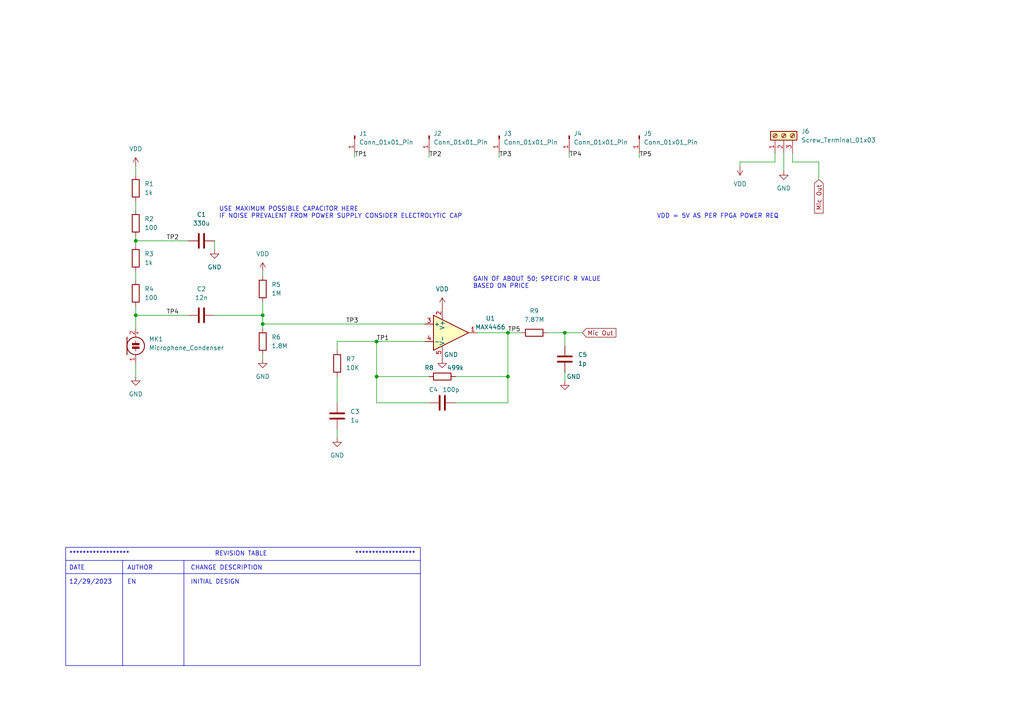
<source format=kicad_sch>
(kicad_sch (version 20230121) (generator eeschema)

  (uuid 571519de-2eb8-4552-bf3a-b048993b617b)

  (paper "A4")

  (title_block
    (title "MICROPHONE SCHEMATIC")
    (rev "A")
    (company "LNVD")
    (comment 1 "AUTHOR: EVAN NEWELL")
  )

  (lib_symbols
    (symbol "Amplifier_Operational:TSV911RILT" (pin_names (offset 0.127)) (in_bom yes) (on_board yes)
      (property "Reference" "U" (at 0 5.08 0)
        (effects (font (size 1.27 1.27)) (justify left))
      )
      (property "Value" "TSV911RILT" (at 0 -5.08 0)
        (effects (font (size 1.27 1.27)) (justify left))
      )
      (property "Footprint" "Package_TO_SOT_SMD:SOT-23-5" (at 0 0 0)
        (effects (font (size 1.27 1.27)) hide)
      )
      (property "Datasheet" "www.st.com/resource/en/datasheet/tsv911.pdf" (at 0 5.08 0)
        (effects (font (size 1.27 1.27)) hide)
      )
      (property "ki_keywords" "single opamp" (at 0 0 0)
        (effects (font (size 1.27 1.27)) hide)
      )
      (property "ki_description" "Single rail-to-rail input/output 8 MHz operational amplifiers, SOT-23-5" (at 0 0 0)
        (effects (font (size 1.27 1.27)) hide)
      )
      (property "ki_fp_filters" "SOT?23*" (at 0 0 0)
        (effects (font (size 1.27 1.27)) hide)
      )
      (symbol "TSV911RILT_0_1"
        (polyline
          (pts
            (xy -5.08 5.08)
            (xy 5.08 0)
            (xy -5.08 -5.08)
            (xy -5.08 5.08)
          )
          (stroke (width 0.254) (type default))
          (fill (type background))
        )
        (pin power_in line (at -2.54 7.62 270) (length 3.81)
          (name "V+" (effects (font (size 1.27 1.27))))
          (number "2" (effects (font (size 1.27 1.27))))
        )
        (pin power_in line (at -2.54 -7.62 90) (length 3.81)
          (name "V-" (effects (font (size 1.27 1.27))))
          (number "5" (effects (font (size 1.27 1.27))))
        )
      )
      (symbol "TSV911RILT_1_1"
        (pin output line (at 7.62 0 180) (length 2.54)
          (name "~" (effects (font (size 1.27 1.27))))
          (number "1" (effects (font (size 1.27 1.27))))
        )
        (pin input line (at -7.62 2.54 0) (length 2.54)
          (name "+" (effects (font (size 1.27 1.27))))
          (number "3" (effects (font (size 1.27 1.27))))
        )
        (pin input line (at -7.62 -2.54 0) (length 2.54)
          (name "-" (effects (font (size 1.27 1.27))))
          (number "4" (effects (font (size 1.27 1.27))))
        )
      )
    )
    (symbol "Connector:Conn_01x01_Pin" (pin_names (offset 1.016) hide) (in_bom yes) (on_board yes)
      (property "Reference" "J" (at 0 2.54 0)
        (effects (font (size 1.27 1.27)))
      )
      (property "Value" "Conn_01x01_Pin" (at 0 -2.54 0)
        (effects (font (size 1.27 1.27)))
      )
      (property "Footprint" "" (at 0 0 0)
        (effects (font (size 1.27 1.27)) hide)
      )
      (property "Datasheet" "~" (at 0 0 0)
        (effects (font (size 1.27 1.27)) hide)
      )
      (property "ki_locked" "" (at 0 0 0)
        (effects (font (size 1.27 1.27)))
      )
      (property "ki_keywords" "connector" (at 0 0 0)
        (effects (font (size 1.27 1.27)) hide)
      )
      (property "ki_description" "Generic connector, single row, 01x01, script generated" (at 0 0 0)
        (effects (font (size 1.27 1.27)) hide)
      )
      (property "ki_fp_filters" "Connector*:*_1x??_*" (at 0 0 0)
        (effects (font (size 1.27 1.27)) hide)
      )
      (symbol "Conn_01x01_Pin_1_1"
        (polyline
          (pts
            (xy 1.27 0)
            (xy 0.8636 0)
          )
          (stroke (width 0.1524) (type default))
          (fill (type none))
        )
        (rectangle (start 0.8636 0.127) (end 0 -0.127)
          (stroke (width 0.1524) (type default))
          (fill (type outline))
        )
        (pin passive line (at 5.08 0 180) (length 3.81)
          (name "Pin_1" (effects (font (size 1.27 1.27))))
          (number "1" (effects (font (size 1.27 1.27))))
        )
      )
    )
    (symbol "Connector:Screw_Terminal_01x03" (pin_names (offset 1.016) hide) (in_bom yes) (on_board yes)
      (property "Reference" "J" (at 0 5.08 0)
        (effects (font (size 1.27 1.27)))
      )
      (property "Value" "Screw_Terminal_01x03" (at 0 -5.08 0)
        (effects (font (size 1.27 1.27)))
      )
      (property "Footprint" "" (at 0 0 0)
        (effects (font (size 1.27 1.27)) hide)
      )
      (property "Datasheet" "~" (at 0 0 0)
        (effects (font (size 1.27 1.27)) hide)
      )
      (property "ki_keywords" "screw terminal" (at 0 0 0)
        (effects (font (size 1.27 1.27)) hide)
      )
      (property "ki_description" "Generic screw terminal, single row, 01x03, script generated (kicad-library-utils/schlib/autogen/connector/)" (at 0 0 0)
        (effects (font (size 1.27 1.27)) hide)
      )
      (property "ki_fp_filters" "TerminalBlock*:*" (at 0 0 0)
        (effects (font (size 1.27 1.27)) hide)
      )
      (symbol "Screw_Terminal_01x03_1_1"
        (rectangle (start -1.27 3.81) (end 1.27 -3.81)
          (stroke (width 0.254) (type default))
          (fill (type background))
        )
        (circle (center 0 -2.54) (radius 0.635)
          (stroke (width 0.1524) (type default))
          (fill (type none))
        )
        (polyline
          (pts
            (xy -0.5334 -2.2098)
            (xy 0.3302 -3.048)
          )
          (stroke (width 0.1524) (type default))
          (fill (type none))
        )
        (polyline
          (pts
            (xy -0.5334 0.3302)
            (xy 0.3302 -0.508)
          )
          (stroke (width 0.1524) (type default))
          (fill (type none))
        )
        (polyline
          (pts
            (xy -0.5334 2.8702)
            (xy 0.3302 2.032)
          )
          (stroke (width 0.1524) (type default))
          (fill (type none))
        )
        (polyline
          (pts
            (xy -0.3556 -2.032)
            (xy 0.508 -2.8702)
          )
          (stroke (width 0.1524) (type default))
          (fill (type none))
        )
        (polyline
          (pts
            (xy -0.3556 0.508)
            (xy 0.508 -0.3302)
          )
          (stroke (width 0.1524) (type default))
          (fill (type none))
        )
        (polyline
          (pts
            (xy -0.3556 3.048)
            (xy 0.508 2.2098)
          )
          (stroke (width 0.1524) (type default))
          (fill (type none))
        )
        (circle (center 0 0) (radius 0.635)
          (stroke (width 0.1524) (type default))
          (fill (type none))
        )
        (circle (center 0 2.54) (radius 0.635)
          (stroke (width 0.1524) (type default))
          (fill (type none))
        )
        (pin passive line (at -5.08 2.54 0) (length 3.81)
          (name "Pin_1" (effects (font (size 1.27 1.27))))
          (number "1" (effects (font (size 1.27 1.27))))
        )
        (pin passive line (at -5.08 0 0) (length 3.81)
          (name "Pin_2" (effects (font (size 1.27 1.27))))
          (number "2" (effects (font (size 1.27 1.27))))
        )
        (pin passive line (at -5.08 -2.54 0) (length 3.81)
          (name "Pin_3" (effects (font (size 1.27 1.27))))
          (number "3" (effects (font (size 1.27 1.27))))
        )
      )
    )
    (symbol "Device:C" (pin_numbers hide) (pin_names (offset 0.254)) (in_bom yes) (on_board yes)
      (property "Reference" "C" (at 0.635 2.54 0)
        (effects (font (size 1.27 1.27)) (justify left))
      )
      (property "Value" "C" (at 0.635 -2.54 0)
        (effects (font (size 1.27 1.27)) (justify left))
      )
      (property "Footprint" "" (at 0.9652 -3.81 0)
        (effects (font (size 1.27 1.27)) hide)
      )
      (property "Datasheet" "~" (at 0 0 0)
        (effects (font (size 1.27 1.27)) hide)
      )
      (property "ki_keywords" "cap capacitor" (at 0 0 0)
        (effects (font (size 1.27 1.27)) hide)
      )
      (property "ki_description" "Unpolarized capacitor" (at 0 0 0)
        (effects (font (size 1.27 1.27)) hide)
      )
      (property "ki_fp_filters" "C_*" (at 0 0 0)
        (effects (font (size 1.27 1.27)) hide)
      )
      (symbol "C_0_1"
        (polyline
          (pts
            (xy -2.032 -0.762)
            (xy 2.032 -0.762)
          )
          (stroke (width 0.508) (type default))
          (fill (type none))
        )
        (polyline
          (pts
            (xy -2.032 0.762)
            (xy 2.032 0.762)
          )
          (stroke (width 0.508) (type default))
          (fill (type none))
        )
      )
      (symbol "C_1_1"
        (pin passive line (at 0 3.81 270) (length 2.794)
          (name "~" (effects (font (size 1.27 1.27))))
          (number "1" (effects (font (size 1.27 1.27))))
        )
        (pin passive line (at 0 -3.81 90) (length 2.794)
          (name "~" (effects (font (size 1.27 1.27))))
          (number "2" (effects (font (size 1.27 1.27))))
        )
      )
    )
    (symbol "Device:Microphone_Condenser" (pin_names (offset 0.0254) hide) (in_bom yes) (on_board yes)
      (property "Reference" "MK" (at -3.302 1.27 0)
        (effects (font (size 1.27 1.27)) (justify right))
      )
      (property "Value" "Microphone_Condenser" (at -3.302 -0.635 0)
        (effects (font (size 1.27 1.27)) (justify right))
      )
      (property "Footprint" "" (at 0 2.54 90)
        (effects (font (size 1.27 1.27)) hide)
      )
      (property "Datasheet" "~" (at 0 2.54 90)
        (effects (font (size 1.27 1.27)) hide)
      )
      (property "ki_keywords" "capacitance condenser microphone" (at 0 0 0)
        (effects (font (size 1.27 1.27)) hide)
      )
      (property "ki_description" "Condenser microphone" (at 0 0 0)
        (effects (font (size 1.27 1.27)) hide)
      )
      (symbol "Microphone_Condenser_0_1"
        (polyline
          (pts
            (xy -2.54 2.54)
            (xy -2.54 -2.54)
          )
          (stroke (width 0.254) (type default))
          (fill (type none))
        )
        (polyline
          (pts
            (xy 0 -0.762)
            (xy 0 -1.524)
          )
          (stroke (width 0) (type default))
          (fill (type none))
        )
        (polyline
          (pts
            (xy 0 0.762)
            (xy 0 1.524)
          )
          (stroke (width 0) (type default))
          (fill (type none))
        )
        (polyline
          (pts
            (xy 0.254 3.81)
            (xy 0.762 3.81)
          )
          (stroke (width 0) (type default))
          (fill (type none))
        )
        (polyline
          (pts
            (xy 0.508 4.064)
            (xy 0.508 3.556)
          )
          (stroke (width 0) (type default))
          (fill (type none))
        )
        (circle (center 0 0) (radius 2.54)
          (stroke (width 0.254) (type default))
          (fill (type none))
        )
        (rectangle (start 1.016 -0.254) (end -1.016 -0.762)
          (stroke (width 0) (type default))
          (fill (type outline))
        )
        (rectangle (start 1.016 0.762) (end -1.016 0.254)
          (stroke (width 0) (type default))
          (fill (type outline))
        )
      )
      (symbol "Microphone_Condenser_1_1"
        (pin passive line (at 0 -5.08 90) (length 2.54)
          (name "-" (effects (font (size 1.27 1.27))))
          (number "1" (effects (font (size 1.27 1.27))))
        )
        (pin passive line (at 0 5.08 270) (length 2.54)
          (name "+" (effects (font (size 1.27 1.27))))
          (number "2" (effects (font (size 1.27 1.27))))
        )
      )
    )
    (symbol "Device:R" (pin_numbers hide) (pin_names (offset 0)) (in_bom yes) (on_board yes)
      (property "Reference" "R" (at 2.032 0 90)
        (effects (font (size 1.27 1.27)))
      )
      (property "Value" "R" (at 0 0 90)
        (effects (font (size 1.27 1.27)))
      )
      (property "Footprint" "" (at -1.778 0 90)
        (effects (font (size 1.27 1.27)) hide)
      )
      (property "Datasheet" "~" (at 0 0 0)
        (effects (font (size 1.27 1.27)) hide)
      )
      (property "ki_keywords" "R res resistor" (at 0 0 0)
        (effects (font (size 1.27 1.27)) hide)
      )
      (property "ki_description" "Resistor" (at 0 0 0)
        (effects (font (size 1.27 1.27)) hide)
      )
      (property "ki_fp_filters" "R_*" (at 0 0 0)
        (effects (font (size 1.27 1.27)) hide)
      )
      (symbol "R_0_1"
        (rectangle (start -1.016 -2.54) (end 1.016 2.54)
          (stroke (width 0.254) (type default))
          (fill (type none))
        )
      )
      (symbol "R_1_1"
        (pin passive line (at 0 3.81 270) (length 1.27)
          (name "~" (effects (font (size 1.27 1.27))))
          (number "1" (effects (font (size 1.27 1.27))))
        )
        (pin passive line (at 0 -3.81 90) (length 1.27)
          (name "~" (effects (font (size 1.27 1.27))))
          (number "2" (effects (font (size 1.27 1.27))))
        )
      )
    )
    (symbol "power:GND" (power) (pin_names (offset 0)) (in_bom yes) (on_board yes)
      (property "Reference" "#PWR" (at 0 -6.35 0)
        (effects (font (size 1.27 1.27)) hide)
      )
      (property "Value" "GND" (at 0 -3.81 0)
        (effects (font (size 1.27 1.27)))
      )
      (property "Footprint" "" (at 0 0 0)
        (effects (font (size 1.27 1.27)) hide)
      )
      (property "Datasheet" "" (at 0 0 0)
        (effects (font (size 1.27 1.27)) hide)
      )
      (property "ki_keywords" "global power" (at 0 0 0)
        (effects (font (size 1.27 1.27)) hide)
      )
      (property "ki_description" "Power symbol creates a global label with name \"GND\" , ground" (at 0 0 0)
        (effects (font (size 1.27 1.27)) hide)
      )
      (symbol "GND_0_1"
        (polyline
          (pts
            (xy 0 0)
            (xy 0 -1.27)
            (xy 1.27 -1.27)
            (xy 0 -2.54)
            (xy -1.27 -1.27)
            (xy 0 -1.27)
          )
          (stroke (width 0) (type default))
          (fill (type none))
        )
      )
      (symbol "GND_1_1"
        (pin power_in line (at 0 0 270) (length 0) hide
          (name "GND" (effects (font (size 1.27 1.27))))
          (number "1" (effects (font (size 1.27 1.27))))
        )
      )
    )
    (symbol "power:VDD" (power) (pin_names (offset 0)) (in_bom yes) (on_board yes)
      (property "Reference" "#PWR" (at 0 -3.81 0)
        (effects (font (size 1.27 1.27)) hide)
      )
      (property "Value" "VDD" (at 0 3.81 0)
        (effects (font (size 1.27 1.27)))
      )
      (property "Footprint" "" (at 0 0 0)
        (effects (font (size 1.27 1.27)) hide)
      )
      (property "Datasheet" "" (at 0 0 0)
        (effects (font (size 1.27 1.27)) hide)
      )
      (property "ki_keywords" "global power" (at 0 0 0)
        (effects (font (size 1.27 1.27)) hide)
      )
      (property "ki_description" "Power symbol creates a global label with name \"VDD\"" (at 0 0 0)
        (effects (font (size 1.27 1.27)) hide)
      )
      (symbol "VDD_0_1"
        (polyline
          (pts
            (xy -0.762 1.27)
            (xy 0 2.54)
          )
          (stroke (width 0) (type default))
          (fill (type none))
        )
        (polyline
          (pts
            (xy 0 0)
            (xy 0 2.54)
          )
          (stroke (width 0) (type default))
          (fill (type none))
        )
        (polyline
          (pts
            (xy 0 2.54)
            (xy 0.762 1.27)
          )
          (stroke (width 0) (type default))
          (fill (type none))
        )
      )
      (symbol "VDD_1_1"
        (pin power_in line (at 0 0 90) (length 0) hide
          (name "VDD" (effects (font (size 1.27 1.27))))
          (number "1" (effects (font (size 1.27 1.27))))
        )
      )
    )
  )

  (junction (at 39.37 91.44) (diameter 0) (color 0 0 0 0)
    (uuid 2f56f7c9-394f-4255-802a-1e0694fde849)
  )
  (junction (at 39.37 69.85) (diameter 0) (color 0 0 0 0)
    (uuid 589e516c-c88d-4e51-ab9f-a88c2bfd3a15)
  )
  (junction (at 109.22 109.22) (diameter 0) (color 0 0 0 0)
    (uuid 6eaa23c2-72ab-4211-a46a-65e526106bd9)
  )
  (junction (at 147.32 96.52) (diameter 0) (color 0 0 0 0)
    (uuid 9d6e953f-d34a-4592-8628-e11865b5a1be)
  )
  (junction (at 147.32 109.22) (diameter 0) (color 0 0 0 0)
    (uuid ca528db7-21d0-46c7-bb86-dcf005610b07)
  )
  (junction (at 76.2 91.44) (diameter 0) (color 0 0 0 0)
    (uuid cdb7ab73-1195-46a1-9a97-92f7a2f0bbee)
  )
  (junction (at 109.22 99.06) (diameter 0) (color 0 0 0 0)
    (uuid d7cdf9c1-6e75-4c05-93a5-b5735f32ecc1)
  )
  (junction (at 163.83 96.52) (diameter 0) (color 0 0 0 0)
    (uuid ea54582b-4a74-4918-aff1-b0b4e0273c3f)
  )
  (junction (at 76.2 93.98) (diameter 0) (color 0 0 0 0)
    (uuid f8499a2c-e379-435a-8705-336e722e69aa)
  )

  (wire (pts (xy 39.37 78.74) (xy 39.37 81.28))
    (stroke (width 0) (type default))
    (uuid 058fb24e-6228-4d00-bcf3-8481b6000148)
  )
  (wire (pts (xy 237.49 52.07) (xy 237.49 46.99))
    (stroke (width 0) (type default))
    (uuid 0a4166fb-1fc7-466d-bda5-1b201a8dea47)
  )
  (wire (pts (xy 109.22 99.06) (xy 123.19 99.06))
    (stroke (width 0) (type default))
    (uuid 0acbd19d-d772-46af-b753-2e89e394b631)
  )
  (wire (pts (xy 76.2 93.98) (xy 123.19 93.98))
    (stroke (width 0) (type default))
    (uuid 0b78a5d2-6936-40b1-be79-53cefa7345dc)
  )
  (polyline (pts (xy 53.34 162.56) (xy 53.34 193.04))
    (stroke (width 0) (type default))
    (uuid 0c436b25-cc4e-4814-8784-aa93cd99f9a7)
  )

  (wire (pts (xy 62.23 72.39) (xy 62.23 69.85))
    (stroke (width 0) (type default))
    (uuid 10124c87-80d7-49fd-b89d-619c7de5c06e)
  )
  (polyline (pts (xy 19.05 166.37) (xy 121.92 166.37))
    (stroke (width 0) (type default))
    (uuid 21ba456d-6802-409c-a824-3c5765aeaf4c)
  )

  (wire (pts (xy 39.37 88.9) (xy 39.37 91.44))
    (stroke (width 0) (type default))
    (uuid 26a948c0-3034-4405-9fe3-ccb47055d4de)
  )
  (wire (pts (xy 163.83 96.52) (xy 168.91 96.52))
    (stroke (width 0) (type default))
    (uuid 2ace1c2e-59ec-42f0-baf6-fdb5b14dd5a2)
  )
  (wire (pts (xy 124.46 116.84) (xy 109.22 116.84))
    (stroke (width 0) (type default))
    (uuid 38c2a51a-ce5b-446c-97e1-b7f5836ca04e)
  )
  (wire (pts (xy 214.63 46.99) (xy 214.63 48.26))
    (stroke (width 0) (type default))
    (uuid 3c452847-4d96-4cee-9c78-a41b87ec8ec3)
  )
  (wire (pts (xy 76.2 104.14) (xy 76.2 102.87))
    (stroke (width 0) (type default))
    (uuid 3ce5a339-d126-4bfa-9c47-9aba9a9ab628)
  )
  (wire (pts (xy 151.13 96.52) (xy 147.32 96.52))
    (stroke (width 0) (type default))
    (uuid 49c70d29-ef6b-40a8-9f6c-000ada0f8597)
  )
  (wire (pts (xy 39.37 69.85) (xy 39.37 71.12))
    (stroke (width 0) (type default))
    (uuid 50461457-d2ac-47b6-9413-76928b8c300b)
  )
  (wire (pts (xy 144.78 45.72) (xy 144.78 44.45))
    (stroke (width 0) (type default))
    (uuid 5d1e75d9-ab19-45c0-bf05-9931754e5cc1)
  )
  (wire (pts (xy 109.22 109.22) (xy 124.46 109.22))
    (stroke (width 0) (type default))
    (uuid 5ea7ba68-c87a-41dc-8b42-2e7fd6ea8945)
  )
  (wire (pts (xy 224.79 46.99) (xy 224.79 44.45))
    (stroke (width 0) (type default))
    (uuid 66ab87f1-a3b1-4cd0-b942-dd58e1b890a1)
  )
  (wire (pts (xy 76.2 93.98) (xy 76.2 95.25))
    (stroke (width 0) (type default))
    (uuid 695c3065-392b-4c98-ac80-5394bccb4d0e)
  )
  (wire (pts (xy 147.32 109.22) (xy 132.08 109.22))
    (stroke (width 0) (type default))
    (uuid 6a7c7d02-31ea-405b-b55a-dcad3da7d4ea)
  )
  (wire (pts (xy 39.37 48.26) (xy 39.37 50.8))
    (stroke (width 0) (type default))
    (uuid 6b2219b8-97f6-4470-8b57-33d1319ccb8f)
  )
  (wire (pts (xy 147.32 116.84) (xy 147.32 109.22))
    (stroke (width 0) (type default))
    (uuid 6ce831eb-899c-4036-9ae9-6623e26a3add)
  )
  (wire (pts (xy 147.32 96.52) (xy 147.32 109.22))
    (stroke (width 0) (type default))
    (uuid 813eca34-7196-4baf-ab52-4d6289c4bf0e)
  )
  (wire (pts (xy 138.43 96.52) (xy 147.32 96.52))
    (stroke (width 0) (type default))
    (uuid 8215cad1-5e0d-43cc-a78d-e998c598acc8)
  )
  (wire (pts (xy 124.46 45.72) (xy 124.46 44.45))
    (stroke (width 0) (type default))
    (uuid 83271716-aa57-4709-a50b-ef3356ac48fd)
  )
  (wire (pts (xy 97.79 101.6) (xy 97.79 99.06))
    (stroke (width 0) (type default))
    (uuid 916f536d-00f6-439c-99a5-35edeae8fdd1)
  )
  (wire (pts (xy 97.79 127) (xy 97.79 124.46))
    (stroke (width 0) (type default))
    (uuid 92b970c3-1be4-4f52-8b1e-189027fae94f)
  )
  (wire (pts (xy 214.63 46.99) (xy 224.79 46.99))
    (stroke (width 0) (type default))
    (uuid 92ccabc5-adf3-4e29-8997-e2222a523d1a)
  )
  (wire (pts (xy 109.22 99.06) (xy 109.22 109.22))
    (stroke (width 0) (type default))
    (uuid 972cfbdf-6bbe-4e5e-a519-9b7c9bfdc946)
  )
  (wire (pts (xy 163.83 96.52) (xy 163.83 100.33))
    (stroke (width 0) (type default))
    (uuid 97b575fb-4f42-4986-b0f4-bdc7f3d37c46)
  )
  (wire (pts (xy 39.37 109.22) (xy 39.37 105.41))
    (stroke (width 0) (type default))
    (uuid 9872d244-dd0f-40f7-be45-60e1df9b3b2c)
  )
  (wire (pts (xy 132.08 116.84) (xy 147.32 116.84))
    (stroke (width 0) (type default))
    (uuid 9b9237c3-8f83-4146-82b8-c71a618ab728)
  )
  (polyline (pts (xy 19.05 162.56) (xy 121.92 162.56))
    (stroke (width 0) (type default))
    (uuid 9bb3661c-aacd-4dd4-8a9d-7151c9e00f5b)
  )

  (wire (pts (xy 76.2 87.63) (xy 76.2 91.44))
    (stroke (width 0) (type default))
    (uuid 9ee69d0a-f3e0-4f21-a885-5d29a3dda0d8)
  )
  (wire (pts (xy 39.37 68.58) (xy 39.37 69.85))
    (stroke (width 0) (type default))
    (uuid a38153b3-e05e-4e9e-93d8-e247d19f7e22)
  )
  (wire (pts (xy 39.37 58.42) (xy 39.37 60.96))
    (stroke (width 0) (type default))
    (uuid a442eca6-3b99-4e31-9a05-771e3cbdea93)
  )
  (polyline (pts (xy 35.56 162.56) (xy 35.56 193.04))
    (stroke (width 0) (type default))
    (uuid a9c77a76-2b59-42b5-9c3a-2a5f4ec1fee0)
  )

  (wire (pts (xy 227.33 49.53) (xy 227.33 44.45))
    (stroke (width 0) (type default))
    (uuid b9161542-a5bb-4209-8a75-0aa67201e924)
  )
  (wire (pts (xy 39.37 91.44) (xy 39.37 95.25))
    (stroke (width 0) (type default))
    (uuid bc68ef61-6d78-4e10-b2f1-3d0c9d7f9b8b)
  )
  (wire (pts (xy 163.83 110.49) (xy 163.83 107.95))
    (stroke (width 0) (type default))
    (uuid bf2aff6c-59b2-4bac-86f2-60bc9adb2fe8)
  )
  (wire (pts (xy 165.1 45.72) (xy 165.1 44.45))
    (stroke (width 0) (type default))
    (uuid c1aec1c3-41fa-4029-9755-5d75d86d5d9c)
  )
  (wire (pts (xy 237.49 46.99) (xy 229.87 46.99))
    (stroke (width 0) (type default))
    (uuid c201a823-b1bd-4b1e-b449-b07c3d32088e)
  )
  (wire (pts (xy 76.2 78.74) (xy 76.2 80.01))
    (stroke (width 0) (type default))
    (uuid c8d9d2c4-88a3-4dfb-9ac8-2ed55bfc8bd0)
  )
  (wire (pts (xy 39.37 91.44) (xy 54.61 91.44))
    (stroke (width 0) (type default))
    (uuid cce14976-2f45-4b1d-baab-dc94b9848eb8)
  )
  (wire (pts (xy 102.87 45.72) (xy 102.87 44.45))
    (stroke (width 0) (type default))
    (uuid d7040721-b59b-480e-b6d8-09dc698b9b0f)
  )
  (wire (pts (xy 76.2 91.44) (xy 76.2 93.98))
    (stroke (width 0) (type default))
    (uuid d88b3a2f-d5bc-487c-8e81-b09466d444b5)
  )
  (wire (pts (xy 229.87 46.99) (xy 229.87 44.45))
    (stroke (width 0) (type default))
    (uuid dac6dabd-65e5-441d-9bf0-67942fbf1598)
  )
  (wire (pts (xy 185.42 45.72) (xy 185.42 44.45))
    (stroke (width 0) (type default))
    (uuid dd954b27-5cff-41af-936c-08a570ccb4c5)
  )
  (wire (pts (xy 158.75 96.52) (xy 163.83 96.52))
    (stroke (width 0) (type default))
    (uuid e022d902-42d7-42e9-bf9c-60a1e46969d3)
  )
  (wire (pts (xy 97.79 109.22) (xy 97.79 116.84))
    (stroke (width 0) (type default))
    (uuid e3e06534-8bbc-421d-aa5c-173d960127ee)
  )
  (wire (pts (xy 54.61 69.85) (xy 39.37 69.85))
    (stroke (width 0) (type default))
    (uuid f68d657f-6533-45f5-ac39-1aa51d3251c5)
  )
  (wire (pts (xy 97.79 99.06) (xy 109.22 99.06))
    (stroke (width 0) (type default))
    (uuid fd5e0b20-413a-428f-9a1c-81d141cb974b)
  )
  (wire (pts (xy 109.22 109.22) (xy 109.22 116.84))
    (stroke (width 0) (type default))
    (uuid fe6353e3-fc2c-49b8-a310-d1146f131805)
  )
  (wire (pts (xy 62.23 91.44) (xy 76.2 91.44))
    (stroke (width 0) (type default))
    (uuid fe6a2aa2-c6f0-49e7-9b90-af011321bcae)
  )

  (text_box "******************				  REVISION TABLE				  ******************\n	\nDATE		  AUTHOR		CHANGE DESCRIPTION\n\n12/29/2023	  EN			INITIAL DESIGN"
    (at 19.05 158.75 0) (size 102.87 34.29)
    (stroke (width 0) (type default))
    (fill (type none))
    (effects (font (size 1.27 1.27)) (justify left top))
    (uuid 46a13f31-3d36-4f16-8ba1-41506d5df85c)
  )

  (text "VDD = 5V AS PER FPGA POWER REQ" (at 190.5 63.5 0)
    (effects (font (size 1.27 1.27)) (justify left bottom))
    (uuid 376e1aa6-1c0a-4c76-af3e-c8f181143656)
  )
  (text "GAIN OF ABOUT 50; SPECIFIC R VALUE\nBASED ON PRICE" (at 137.16 83.82 0)
    (effects (font (size 1.27 1.27)) (justify left bottom))
    (uuid 7a747be9-f068-4b15-8a03-48f01970e6b1)
  )
  (text "USE MAXIMUM POSSIBLE CAPACITOR HERE \nIF NOISE PREVALENT FROM POWER SUPPLY CONSIDER ELECTROLYTIC CAP"
    (at 63.5 63.5 0)
    (effects (font (size 1.27 1.27)) (justify left bottom))
    (uuid fc3b8a7e-2acf-4721-86cb-fc09718e3217)
  )

  (label "TP4" (at 48.26 91.44 0) (fields_autoplaced)
    (effects (font (size 1.27 1.27)) (justify left bottom))
    (uuid 235dcca0-6339-4932-8011-3b53f0ffeed5)
  )
  (label "TP4" (at 165.1 45.72 0) (fields_autoplaced)
    (effects (font (size 1.27 1.27)) (justify left bottom))
    (uuid 6fcfc910-fea4-4038-bd87-e86845ce2ac7)
  )
  (label "TP3" (at 144.78 45.72 0) (fields_autoplaced)
    (effects (font (size 1.27 1.27)) (justify left bottom))
    (uuid 82822cc7-60f8-4c04-869e-98a63f532978)
  )
  (label "TP5" (at 147.32 96.52 0) (fields_autoplaced)
    (effects (font (size 1.27 1.27)) (justify left bottom))
    (uuid 9191baaa-ac7e-4540-8666-9d53ae33f16e)
  )
  (label "TP3" (at 100.33 93.98 0) (fields_autoplaced)
    (effects (font (size 1.27 1.27)) (justify left bottom))
    (uuid 9757b2ce-3945-4682-8e13-2283c4d932ea)
  )
  (label "TP1" (at 102.87 45.72 0) (fields_autoplaced)
    (effects (font (size 1.27 1.27)) (justify left bottom))
    (uuid 9fd81471-a5be-4fce-bf42-dc5aa12b151b)
  )
  (label "TP2" (at 48.26 69.85 0) (fields_autoplaced)
    (effects (font (size 1.27 1.27)) (justify left bottom))
    (uuid aab68071-2909-4918-a8ec-1678cf7f1fcb)
  )
  (label "TP1" (at 109.22 99.06 0) (fields_autoplaced)
    (effects (font (size 1.27 1.27)) (justify left bottom))
    (uuid b9629f90-3ec2-407d-8a85-0cc9c2f60526)
  )
  (label "TP2" (at 124.46 45.72 0) (fields_autoplaced)
    (effects (font (size 1.27 1.27)) (justify left bottom))
    (uuid f0154702-a343-44d3-b338-37645d0f96a6)
  )
  (label "TP5" (at 185.42 45.72 0) (fields_autoplaced)
    (effects (font (size 1.27 1.27)) (justify left bottom))
    (uuid f8a32d00-359c-475a-a79d-c67345c9c62a)
  )

  (global_label "Mic Out" (shape input) (at 168.91 96.52 0) (fields_autoplaced)
    (effects (font (size 1.27 1.27)) (justify left))
    (uuid 2b9ab0a3-ad82-4de0-ad9b-8b5bd2e5abb1)
    (property "Intersheetrefs" "${INTERSHEET_REFS}" (at 179.2128 96.52 0)
      (effects (font (size 1.27 1.27)) (justify left) hide)
    )
  )
  (global_label "Mic Out" (shape input) (at 237.49 52.07 270) (fields_autoplaced)
    (effects (font (size 1.27 1.27)) (justify right))
    (uuid aeb87312-bfcb-4140-baa3-e6d034afc62a)
    (property "Intersheetrefs" "${INTERSHEET_REFS}" (at 237.49 62.3728 90)
      (effects (font (size 1.27 1.27)) (justify right) hide)
    )
  )

  (symbol (lib_id "Connector:Conn_01x01_Pin") (at 102.87 39.37 270) (unit 1)
    (in_bom yes) (on_board yes) (dnp no) (fields_autoplaced)
    (uuid 13095dd7-8abd-4fe3-a4cb-9f663d840053)
    (property "Reference" "J1" (at 104.14 38.735 90)
      (effects (font (size 1.27 1.27)) (justify left))
    )
    (property "Value" "Conn_01x01_Pin" (at 104.14 41.275 90)
      (effects (font (size 1.27 1.27)) (justify left))
    )
    (property "Footprint" "Library:ADAM-TECH_PH1-01-UA" (at 102.87 39.37 0)
      (effects (font (size 1.27 1.27)) hide)
    )
    (property "Datasheet" "chrome-extension://efaidnbmnnnibpcajpcglclefindmkaj/https://app.adam-tech.com/products/download/data_sheet/201605/ph1-xx-ua-data-sheet.pdf" (at 102.87 39.37 0)
      (effects (font (size 1.27 1.27)) hide)
    )
    (property "Digikey Part #" "PH1-01-UA" (at 102.87 39.37 0)
      (effects (font (size 1.27 1.27)) hide)
    )
    (property "Price" "$0.10" (at 102.87 39.37 0)
      (effects (font (size 1.27 1.27)) hide)
    )
    (pin "1" (uuid 7254c230-eb07-4f2b-be8b-21c5eea1b3f8))
    (instances
      (project "Microphone"
        (path "/571519de-2eb8-4552-bf3a-b048993b617b"
          (reference "J1") (unit 1)
        )
      )
    )
  )

  (symbol (lib_id "Connector:Conn_01x01_Pin") (at 144.78 39.37 270) (unit 1)
    (in_bom yes) (on_board yes) (dnp no) (fields_autoplaced)
    (uuid 187992c8-2db7-43e3-a6cf-1bf6de020549)
    (property "Reference" "J3" (at 146.05 38.735 90)
      (effects (font (size 1.27 1.27)) (justify left))
    )
    (property "Value" "Conn_01x01_Pin" (at 146.05 41.275 90)
      (effects (font (size 1.27 1.27)) (justify left))
    )
    (property "Footprint" "Library:ADAM-TECH_PH1-01-UA" (at 144.78 39.37 0)
      (effects (font (size 1.27 1.27)) hide)
    )
    (property "Datasheet" "chrome-extension://efaidnbmnnnibpcajpcglclefindmkaj/https://app.adam-tech.com/products/download/data_sheet/201605/ph1-xx-ua-data-sheet.pdf" (at 144.78 39.37 0)
      (effects (font (size 1.27 1.27)) hide)
    )
    (property "Digikey Part #" "PH1-01-UA" (at 144.78 39.37 0)
      (effects (font (size 1.27 1.27)) hide)
    )
    (property "Price" "$0.10" (at 144.78 39.37 0)
      (effects (font (size 1.27 1.27)) hide)
    )
    (pin "1" (uuid 6acd4b8a-0bc2-43e7-942a-c8c125a206b0))
    (instances
      (project "Microphone"
        (path "/571519de-2eb8-4552-bf3a-b048993b617b"
          (reference "J3") (unit 1)
        )
      )
    )
  )

  (symbol (lib_id "Device:R") (at 76.2 83.82 0) (unit 1)
    (in_bom yes) (on_board yes) (dnp no) (fields_autoplaced)
    (uuid 19c0c030-66d3-4f05-81fd-f347db3289fc)
    (property "Reference" "R5" (at 78.74 82.55 0)
      (effects (font (size 1.27 1.27)) (justify left))
    )
    (property "Value" "1M" (at 78.74 85.09 0)
      (effects (font (size 1.27 1.27)) (justify left))
    )
    (property "Footprint" "Library:RESC2012X60N" (at 74.422 83.82 90)
      (effects (font (size 1.27 1.27)) hide)
    )
    (property "Datasheet" "~chrome-extension://efaidnbmnnnibpcajpcglclefindmkaj/https://www.seielect.com/catalog/sei-rmcf_rmcp.pdf" (at 76.2 83.82 0)
      (effects (font (size 1.27 1.27)) hide)
    )
    (property "Digikey Part #" "RMCF0805FG1M00" (at 76.2 83.82 0)
      (effects (font (size 1.27 1.27)) hide)
    )
    (property "Price" "$0.10" (at 76.2 83.82 0)
      (effects (font (size 1.27 1.27)) hide)
    )
    (pin "1" (uuid 198ee9bf-b6a6-4c9e-b0b0-e4c335552390))
    (pin "2" (uuid b0833113-0e46-4212-8db0-db7334f4e78f))
    (instances
      (project "Microphone"
        (path "/571519de-2eb8-4552-bf3a-b048993b617b"
          (reference "R5") (unit 1)
        )
      )
    )
  )

  (symbol (lib_id "power:VDD") (at 214.63 48.26 180) (unit 1)
    (in_bom yes) (on_board yes) (dnp no) (fields_autoplaced)
    (uuid 218150d5-1054-4da1-92ed-55402af95dc2)
    (property "Reference" "#PWR010" (at 214.63 44.45 0)
      (effects (font (size 1.27 1.27)) hide)
    )
    (property "Value" "VDD" (at 214.63 53.34 0)
      (effects (font (size 1.27 1.27)))
    )
    (property "Footprint" "" (at 214.63 48.26 0)
      (effects (font (size 1.27 1.27)) hide)
    )
    (property "Datasheet" "" (at 214.63 48.26 0)
      (effects (font (size 1.27 1.27)) hide)
    )
    (pin "1" (uuid 9cbb6761-21f1-4955-8b08-b6e65080a895))
    (instances
      (project "Microphone"
        (path "/571519de-2eb8-4552-bf3a-b048993b617b"
          (reference "#PWR010") (unit 1)
        )
      )
    )
  )

  (symbol (lib_id "Amplifier_Operational:TSV911RILT") (at 130.81 96.52 0) (unit 1)
    (in_bom yes) (on_board yes) (dnp no) (fields_autoplaced)
    (uuid 21836598-4f3b-478d-ae80-bf9fa189d4c0)
    (property "Reference" "U1" (at 142.24 92.3291 0)
      (effects (font (size 1.27 1.27)))
    )
    (property "Value" "MAX4466" (at 142.24 94.8691 0)
      (effects (font (size 1.27 1.27)))
    )
    (property "Footprint" "Library:Mic_Op_Amp" (at 130.81 96.52 0)
      (effects (font (size 1.27 1.27)) hide)
    )
    (property "Datasheet" "chrome-extension://efaidnbmnnnibpcajpcglclefindmkaj/https://www.analog.com/media/en/technical-documentation/data-sheets/max4465-max4469.pdf" (at 130.81 91.44 0)
      (effects (font (size 1.27 1.27)) hide)
    )
    (property "Digikey Part #" "MAX4466EXK+T" (at 130.81 96.52 0)
      (effects (font (size 1.27 1.27)) hide)
    )
    (property "Price" "$0.90" (at 130.81 96.52 0)
      (effects (font (size 1.27 1.27)) hide)
    )
    (pin "2" (uuid 084761de-4cc4-4654-913b-27b528a7b9ad))
    (pin "5" (uuid 9a44c6a6-f30f-4eab-84c6-b6e1f493df7c))
    (pin "1" (uuid aafdf380-4136-441c-9609-158d84e0be01))
    (pin "3" (uuid 8192ec4b-c8fa-418a-8fe0-8fe8804d8440))
    (pin "4" (uuid 1684c828-394d-4b50-b866-54357f39cbea))
    (instances
      (project "Microphone"
        (path "/571519de-2eb8-4552-bf3a-b048993b617b"
          (reference "U1") (unit 1)
        )
      )
    )
  )

  (symbol (lib_id "Device:R") (at 154.94 96.52 90) (unit 1)
    (in_bom yes) (on_board yes) (dnp no) (fields_autoplaced)
    (uuid 2911d11c-49da-449d-85fa-a30f41e38394)
    (property "Reference" "R9" (at 154.94 90.17 90)
      (effects (font (size 1.27 1.27)))
    )
    (property "Value" "7.87M" (at 154.94 92.71 90)
      (effects (font (size 1.27 1.27)))
    )
    (property "Footprint" "Library:RES_R1206_ROM-M" (at 154.94 98.298 90)
      (effects (font (size 1.27 1.27)) hide)
    )
    (property "Datasheet" "chrome-extension://efaidnbmnnnibpcajpcglclefindmkaj/https://fscdn.rohm.com/en/products/databook/datasheet/passive/resistor/chip_resistor/ktr-e.pdf" (at 154.94 96.52 0)
      (effects (font (size 1.27 1.27)) hide)
    )
    (property "Digikey Part #" "KTR18EZPF7874" (at 154.94 96.52 90)
      (effects (font (size 1.27 1.27)) hide)
    )
    (property "Price" "$0.21" (at 154.94 96.52 90)
      (effects (font (size 1.27 1.27)) hide)
    )
    (pin "1" (uuid b882f4b5-e44d-466a-ac8f-91aa5950743d))
    (pin "2" (uuid daa251d3-3031-430c-97e8-2cd7f3cbe986))
    (instances
      (project "Microphone"
        (path "/571519de-2eb8-4552-bf3a-b048993b617b"
          (reference "R9") (unit 1)
        )
      )
    )
  )

  (symbol (lib_id "power:GND") (at 62.23 72.39 0) (unit 1)
    (in_bom yes) (on_board yes) (dnp no) (fields_autoplaced)
    (uuid 2bdbfd86-45a8-457e-b892-de0f6be5a62a)
    (property "Reference" "#PWR03" (at 62.23 78.74 0)
      (effects (font (size 1.27 1.27)) hide)
    )
    (property "Value" "GND" (at 62.23 77.47 0)
      (effects (font (size 1.27 1.27)))
    )
    (property "Footprint" "" (at 62.23 72.39 0)
      (effects (font (size 1.27 1.27)) hide)
    )
    (property "Datasheet" "" (at 62.23 72.39 0)
      (effects (font (size 1.27 1.27)) hide)
    )
    (pin "1" (uuid e6d520dd-28d1-4e7f-9e8c-ab5d9a09dd38))
    (instances
      (project "Microphone"
        (path "/571519de-2eb8-4552-bf3a-b048993b617b"
          (reference "#PWR03") (unit 1)
        )
      )
    )
  )

  (symbol (lib_id "power:VDD") (at 76.2 78.74 0) (unit 1)
    (in_bom yes) (on_board yes) (dnp no) (fields_autoplaced)
    (uuid 2e556dfe-d813-42c1-803d-101748c945b2)
    (property "Reference" "#PWR04" (at 76.2 82.55 0)
      (effects (font (size 1.27 1.27)) hide)
    )
    (property "Value" "VDD" (at 76.2 73.66 0)
      (effects (font (size 1.27 1.27)))
    )
    (property "Footprint" "" (at 76.2 78.74 0)
      (effects (font (size 1.27 1.27)) hide)
    )
    (property "Datasheet" "" (at 76.2 78.74 0)
      (effects (font (size 1.27 1.27)) hide)
    )
    (pin "1" (uuid 0abcaf86-89f0-480c-b611-f792a21426f8))
    (instances
      (project "Microphone"
        (path "/571519de-2eb8-4552-bf3a-b048993b617b"
          (reference "#PWR04") (unit 1)
        )
      )
    )
  )

  (symbol (lib_id "power:VDD") (at 128.27 88.9 0) (unit 1)
    (in_bom yes) (on_board yes) (dnp no) (fields_autoplaced)
    (uuid 2fd6b391-09c6-4316-9d6a-2c96e9aae5c0)
    (property "Reference" "#PWR07" (at 128.27 92.71 0)
      (effects (font (size 1.27 1.27)) hide)
    )
    (property "Value" "VDD" (at 128.27 83.82 0)
      (effects (font (size 1.27 1.27)))
    )
    (property "Footprint" "" (at 128.27 88.9 0)
      (effects (font (size 1.27 1.27)) hide)
    )
    (property "Datasheet" "" (at 128.27 88.9 0)
      (effects (font (size 1.27 1.27)) hide)
    )
    (pin "1" (uuid 9dd02dc4-eb85-4266-a95b-5a77ca9cb6e6))
    (instances
      (project "Microphone"
        (path "/571519de-2eb8-4552-bf3a-b048993b617b"
          (reference "#PWR07") (unit 1)
        )
      )
    )
  )

  (symbol (lib_id "power:GND") (at 227.33 49.53 0) (unit 1)
    (in_bom yes) (on_board yes) (dnp no) (fields_autoplaced)
    (uuid 30ccc412-ed1a-4cee-9dd7-abb87852fb93)
    (property "Reference" "#PWR011" (at 227.33 55.88 0)
      (effects (font (size 1.27 1.27)) hide)
    )
    (property "Value" "GND" (at 227.33 54.61 0)
      (effects (font (size 1.27 1.27)))
    )
    (property "Footprint" "" (at 227.33 49.53 0)
      (effects (font (size 1.27 1.27)) hide)
    )
    (property "Datasheet" "" (at 227.33 49.53 0)
      (effects (font (size 1.27 1.27)) hide)
    )
    (pin "1" (uuid aad02962-7c76-479f-ac40-49814b7cb4ea))
    (instances
      (project "Microphone"
        (path "/571519de-2eb8-4552-bf3a-b048993b617b"
          (reference "#PWR011") (unit 1)
        )
      )
    )
  )

  (symbol (lib_id "Connector:Conn_01x01_Pin") (at 124.46 39.37 270) (unit 1)
    (in_bom yes) (on_board yes) (dnp no) (fields_autoplaced)
    (uuid 3e235765-5faa-4204-bced-96864676d1e8)
    (property "Reference" "J2" (at 125.73 38.735 90)
      (effects (font (size 1.27 1.27)) (justify left))
    )
    (property "Value" "Conn_01x01_Pin" (at 125.73 41.275 90)
      (effects (font (size 1.27 1.27)) (justify left))
    )
    (property "Footprint" "Library:ADAM-TECH_PH1-01-UA" (at 124.46 39.37 0)
      (effects (font (size 1.27 1.27)) hide)
    )
    (property "Datasheet" "chrome-extension://efaidnbmnnnibpcajpcglclefindmkaj/https://app.adam-tech.com/products/download/data_sheet/201605/ph1-xx-ua-data-sheet.pdf" (at 124.46 39.37 0)
      (effects (font (size 1.27 1.27)) hide)
    )
    (property "Digikey Part #" "PH1-01-UA" (at 124.46 39.37 0)
      (effects (font (size 1.27 1.27)) hide)
    )
    (property "Price" "$0.10" (at 124.46 39.37 0)
      (effects (font (size 1.27 1.27)) hide)
    )
    (pin "1" (uuid 883caeb1-c78f-4430-9822-4e217b08442a))
    (instances
      (project "Microphone"
        (path "/571519de-2eb8-4552-bf3a-b048993b617b"
          (reference "J2") (unit 1)
        )
      )
    )
  )

  (symbol (lib_id "Connector:Screw_Terminal_01x03") (at 227.33 39.37 90) (unit 1)
    (in_bom yes) (on_board yes) (dnp no) (fields_autoplaced)
    (uuid 5508ae16-75bc-4698-9018-3079f84b3fc1)
    (property "Reference" "J6" (at 232.41 38.1 90)
      (effects (font (size 1.27 1.27)) (justify right))
    )
    (property "Value" "Screw_Terminal_01x03" (at 232.41 40.64 90)
      (effects (font (size 1.27 1.27)) (justify right))
    )
    (property "Footprint" "Library:CONN_1984976_PXC" (at 227.33 39.37 0)
      (effects (font (size 1.27 1.27)) hide)
    )
    (property "Datasheet" "https://mm.digikey.com/Volume0/opasdata/d220001/medias/docus/2515/COMBICON%20Spring-Cage%20PCB%20Term.%20Blocks.pdf" (at 227.33 39.37 0)
      (effects (font (size 1.27 1.27)) hide)
    )
    (property "Digikey Part #" "1984976" (at 227.33 39.37 90)
      (effects (font (size 1.27 1.27)) hide)
    )
    (property "Price" "$0.62" (at 227.33 39.37 90)
      (effects (font (size 1.27 1.27)) hide)
    )
    (pin "1" (uuid e1a0481f-4d54-486d-a909-04bb8636f250))
    (pin "2" (uuid d1022c65-1bbf-4eec-917e-3f7276e6bdb1))
    (pin "3" (uuid c6e2376d-7a22-4fd5-b587-25f75fb4ea9f))
    (instances
      (project "Microphone"
        (path "/571519de-2eb8-4552-bf3a-b048993b617b"
          (reference "J6") (unit 1)
        )
      )
    )
  )

  (symbol (lib_id "Device:C") (at 97.79 120.65 0) (unit 1)
    (in_bom yes) (on_board yes) (dnp no) (fields_autoplaced)
    (uuid 685435bd-9e6f-4c8a-9369-d28e1eded49e)
    (property "Reference" "C3" (at 101.6 119.38 0)
      (effects (font (size 1.27 1.27)) (justify left))
    )
    (property "Value" "1u" (at 101.6 121.92 0)
      (effects (font (size 1.27 1.27)) (justify left))
    )
    (property "Footprint" "Library:CAPC0603X33N" (at 98.7552 124.46 0)
      (effects (font (size 1.27 1.27)) hide)
    )
    (property "Datasheet" "~https://search.murata.co.jp/Ceramy/image/img/A01X/G101/ENG/GRM033R60J105MEA2-02.pdf" (at 97.79 120.65 0)
      (effects (font (size 1.27 1.27)) hide)
    )
    (property "Price" "$0.10" (at 97.79 120.65 0)
      (effects (font (size 1.27 1.27)) hide)
    )
    (pin "1" (uuid 5220af11-bd53-46c7-93b1-c247d465b67a))
    (pin "2" (uuid 5f9ebd33-3467-42c2-98b8-222525fe580f))
    (instances
      (project "Microphone"
        (path "/571519de-2eb8-4552-bf3a-b048993b617b"
          (reference "C3") (unit 1)
        )
      )
    )
  )

  (symbol (lib_id "Connector:Conn_01x01_Pin") (at 185.42 39.37 270) (unit 1)
    (in_bom yes) (on_board yes) (dnp no) (fields_autoplaced)
    (uuid 70e95240-2efa-406d-b702-e20d42782baa)
    (property "Reference" "J5" (at 186.69 38.735 90)
      (effects (font (size 1.27 1.27)) (justify left))
    )
    (property "Value" "Conn_01x01_Pin" (at 186.69 41.275 90)
      (effects (font (size 1.27 1.27)) (justify left))
    )
    (property "Footprint" "Library:ADAM-TECH_PH1-01-UA" (at 185.42 39.37 0)
      (effects (font (size 1.27 1.27)) hide)
    )
    (property "Datasheet" "chrome-extension://efaidnbmnnnibpcajpcglclefindmkaj/https://app.adam-tech.com/products/download/data_sheet/201605/ph1-xx-ua-data-sheet.pdf" (at 185.42 39.37 0)
      (effects (font (size 1.27 1.27)) hide)
    )
    (property "Digikey Part #" "PH1-01-UA" (at 185.42 39.37 90)
      (effects (font (size 1.27 1.27)) hide)
    )
    (property "Price" "$0.10" (at 185.42 39.37 90)
      (effects (font (size 1.27 1.27)) hide)
    )
    (pin "1" (uuid 4894dbe2-0a67-44ff-9229-0c7b31675463))
    (instances
      (project "Microphone"
        (path "/571519de-2eb8-4552-bf3a-b048993b617b"
          (reference "J5") (unit 1)
        )
      )
    )
  )

  (symbol (lib_id "power:GND") (at 39.37 109.22 0) (unit 1)
    (in_bom yes) (on_board yes) (dnp no) (fields_autoplaced)
    (uuid 8b17cfa7-98c8-485c-9224-ddb24cbc9b86)
    (property "Reference" "#PWR02" (at 39.37 115.57 0)
      (effects (font (size 1.27 1.27)) hide)
    )
    (property "Value" "GND" (at 39.37 114.3 0)
      (effects (font (size 1.27 1.27)))
    )
    (property "Footprint" "" (at 39.37 109.22 0)
      (effects (font (size 1.27 1.27)) hide)
    )
    (property "Datasheet" "" (at 39.37 109.22 0)
      (effects (font (size 1.27 1.27)) hide)
    )
    (pin "1" (uuid 52a6f4a2-e0b2-4e3e-8774-25d490101807))
    (instances
      (project "Microphone"
        (path "/571519de-2eb8-4552-bf3a-b048993b617b"
          (reference "#PWR02") (unit 1)
        )
      )
    )
  )

  (symbol (lib_id "Device:C") (at 58.42 91.44 90) (unit 1)
    (in_bom yes) (on_board yes) (dnp no) (fields_autoplaced)
    (uuid 8b657be8-e581-447a-9a05-a2fbcae64b20)
    (property "Reference" "C2" (at 58.42 83.82 90)
      (effects (font (size 1.27 1.27)))
    )
    (property "Value" "12n" (at 58.42 86.36 90)
      (effects (font (size 1.27 1.27)))
    )
    (property "Footprint" "Library:CAPC0603X33N" (at 62.23 90.4748 0)
      (effects (font (size 1.27 1.27)) hide)
    )
    (property "Datasheet" "chrome-extension://efaidnbmnnnibpcajpcglclefindmkaj/https://search.murata.co.jp/Ceramy/image/img/A01X/G101/ENG/GRM033R61C123KE84-01.pdf" (at 58.42 91.44 0)
      (effects (font (size 1.27 1.27)) hide)
    )
    (property "Digikey Part #" "GRM033R61C123KE84D" (at 58.42 91.44 90)
      (effects (font (size 1.27 1.27)) hide)
    )
    (property "Price" "$0.10" (at 58.42 91.44 0)
      (effects (font (size 1.27 1.27)) hide)
    )
    (pin "1" (uuid 1cebef28-6602-48ec-9fc9-df257548e3cf))
    (pin "2" (uuid 5414610e-db2f-41fd-b1f7-657802224698))
    (instances
      (project "Microphone"
        (path "/571519de-2eb8-4552-bf3a-b048993b617b"
          (reference "C2") (unit 1)
        )
      )
    )
  )

  (symbol (lib_id "power:GND") (at 97.79 127 0) (unit 1)
    (in_bom yes) (on_board yes) (dnp no) (fields_autoplaced)
    (uuid 8bceeeec-4d51-4b8c-a556-d0e40633a6c7)
    (property "Reference" "#PWR06" (at 97.79 133.35 0)
      (effects (font (size 1.27 1.27)) hide)
    )
    (property "Value" "GND" (at 97.79 132.08 0)
      (effects (font (size 1.27 1.27)))
    )
    (property "Footprint" "" (at 97.79 127 0)
      (effects (font (size 1.27 1.27)) hide)
    )
    (property "Datasheet" "" (at 97.79 127 0)
      (effects (font (size 1.27 1.27)) hide)
    )
    (pin "1" (uuid cb155463-d55d-42a7-b295-4abbb1dc63c0))
    (instances
      (project "Microphone"
        (path "/571519de-2eb8-4552-bf3a-b048993b617b"
          (reference "#PWR06") (unit 1)
        )
      )
    )
  )

  (symbol (lib_id "Device:R") (at 39.37 54.61 0) (unit 1)
    (in_bom yes) (on_board yes) (dnp no) (fields_autoplaced)
    (uuid 926d59a9-4c25-46b4-a22e-87566cc70feb)
    (property "Reference" "R1" (at 41.91 53.34 0)
      (effects (font (size 1.27 1.27)) (justify left))
    )
    (property "Value" "1k" (at 41.91 55.88 0)
      (effects (font (size 1.27 1.27)) (justify left))
    )
    (property "Footprint" "Library:RESC2012X60N" (at 37.592 54.61 90)
      (effects (font (size 1.27 1.27)) hide)
    )
    (property "Datasheet" "~chrome-extension://efaidnbmnnnibpcajpcglclefindmkaj/https://www.seielect.com/catalog/sei-rmcf_rmcp.pdf" (at 39.37 54.61 0)
      (effects (font (size 1.27 1.27)) hide)
    )
    (property "Digikey Part #" "RMCF0805FT1K00" (at 39.37 54.61 0)
      (effects (font (size 1.27 1.27)) hide)
    )
    (property "Price" "$0.10" (at 39.37 54.61 0)
      (effects (font (size 1.27 1.27)) hide)
    )
    (pin "1" (uuid efe4bc41-1ca0-4727-8ad3-458c07f25d3d))
    (pin "2" (uuid cf1c72fe-57ac-4459-a8df-c3c3abacae2a))
    (instances
      (project "Microphone"
        (path "/571519de-2eb8-4552-bf3a-b048993b617b"
          (reference "R1") (unit 1)
        )
      )
    )
  )

  (symbol (lib_id "Device:Microphone_Condenser") (at 39.37 100.33 0) (unit 1)
    (in_bom yes) (on_board yes) (dnp no) (fields_autoplaced)
    (uuid 932b680f-491f-4bca-a439-ead8a2c8aca8)
    (property "Reference" "MK1" (at 43.18 98.3615 0)
      (effects (font (size 1.27 1.27)) (justify left))
    )
    (property "Value" "Microphone_Condenser" (at 43.18 100.9015 0)
      (effects (font (size 1.27 1.27)) (justify left))
    )
    (property "Footprint" "Library:CMA_CUI_9P7X9P7_CUD" (at 39.37 97.79 90)
      (effects (font (size 1.27 1.27)) hide)
    )
    (property "Datasheet" "~chrome-extension://efaidnbmnnnibpcajpcglclefindmkaj/https://www.cuidevices.com/product/resource/cma-4544pf-w.pdf" (at 39.37 97.79 90)
      (effects (font (size 1.27 1.27)) hide)
    )
    (property "Digikey Part #" "CMA-4544PF-W" (at 39.37 100.33 0)
      (effects (font (size 1.27 1.27)) hide)
    )
    (property "Price" "$0.78" (at 39.37 100.33 0)
      (effects (font (size 1.27 1.27)) hide)
    )
    (pin "1" (uuid e02cdca3-6817-48e5-a635-50a2451b8f8f))
    (pin "2" (uuid 1f17b3bc-c6c2-4655-aeb3-56e367aa1979))
    (instances
      (project "Microphone"
        (path "/571519de-2eb8-4552-bf3a-b048993b617b"
          (reference "MK1") (unit 1)
        )
      )
    )
  )

  (symbol (lib_id "Connector:Conn_01x01_Pin") (at 165.1 39.37 270) (unit 1)
    (in_bom yes) (on_board yes) (dnp no) (fields_autoplaced)
    (uuid 96ab282a-dcaa-4125-b789-63f0ee5b76e7)
    (property "Reference" "J4" (at 166.37 38.735 90)
      (effects (font (size 1.27 1.27)) (justify left))
    )
    (property "Value" "Conn_01x01_Pin" (at 166.37 41.275 90)
      (effects (font (size 1.27 1.27)) (justify left))
    )
    (property "Footprint" "Library:ADAM-TECH_PH1-01-UA" (at 165.1 39.37 0)
      (effects (font (size 1.27 1.27)) hide)
    )
    (property "Datasheet" "chrome-extension://efaidnbmnnnibpcajpcglclefindmkaj/https://app.adam-tech.com/products/download/data_sheet/201605/ph1-xx-ua-data-sheet.pdf" (at 165.1 39.37 0)
      (effects (font (size 1.27 1.27)) hide)
    )
    (property "Digikey Part #" "PH1-01-UA" (at 165.1 39.37 0)
      (effects (font (size 1.27 1.27)) hide)
    )
    (property "Price" "$0.10" (at 165.1 39.37 0)
      (effects (font (size 1.27 1.27)) hide)
    )
    (pin "1" (uuid 429fdcbe-1c40-4ae7-a8fb-b31936dca491))
    (instances
      (project "Microphone"
        (path "/571519de-2eb8-4552-bf3a-b048993b617b"
          (reference "J4") (unit 1)
        )
      )
    )
  )

  (symbol (lib_id "Device:R") (at 97.79 105.41 0) (unit 1)
    (in_bom yes) (on_board yes) (dnp no) (fields_autoplaced)
    (uuid 9c8b7a5d-f413-415c-b0af-18890dfb08e0)
    (property "Reference" "R7" (at 100.33 104.14 0)
      (effects (font (size 1.27 1.27)) (justify left))
    )
    (property "Value" "10K" (at 100.33 106.68 0)
      (effects (font (size 1.27 1.27)) (justify left))
    )
    (property "Footprint" "Library:RESC2012X60N" (at 96.012 105.41 90)
      (effects (font (size 1.27 1.27)) hide)
    )
    (property "Datasheet" "~chrome-extension://efaidnbmnnnibpcajpcglclefindmkaj/https://www.seielect.com/catalog/sei-rmcf_rmcp.pdf" (at 97.79 105.41 0)
      (effects (font (size 1.27 1.27)) hide)
    )
    (property "Digikey Part #" "RMCF0805FT10K0" (at 97.79 105.41 0)
      (effects (font (size 1.27 1.27)) hide)
    )
    (pin "1" (uuid abf4d2f6-1435-4718-8b6b-aca3eb3a15f8))
    (pin "2" (uuid ba34be5e-2ef1-434f-803b-5c3076f7686b))
    (instances
      (project "Microphone"
        (path "/571519de-2eb8-4552-bf3a-b048993b617b"
          (reference "R7") (unit 1)
        )
      )
    )
  )

  (symbol (lib_id "Device:C") (at 163.83 104.14 0) (unit 1)
    (in_bom yes) (on_board yes) (dnp no) (fields_autoplaced)
    (uuid 9e2c0471-e59d-4e22-8f26-271ca362bbd1)
    (property "Reference" "C5" (at 167.64 102.87 0)
      (effects (font (size 1.27 1.27)) (justify left))
    )
    (property "Value" "1p" (at 167.64 105.41 0)
      (effects (font (size 1.27 1.27)) (justify left))
    )
    (property "Footprint" "Library:CAPC0603X33N" (at 164.7952 107.95 0)
      (effects (font (size 1.27 1.27)) hide)
    )
    (property "Datasheet" "~chrome-extension://efaidnbmnnnibpcajpcglclefindmkaj/https://search.murata.co.jp/Ceramy/image/img/A01X/G101/ENG/GJM0335C1E1R0WB01-01.pdf" (at 163.83 104.14 0)
      (effects (font (size 1.27 1.27)) hide)
    )
    (property "Digikey Part #" "GJM0335C1E1R0WB01D" (at 163.83 104.14 0)
      (effects (font (size 1.27 1.27)) hide)
    )
    (property "Price" "$0.18" (at 163.83 104.14 0)
      (effects (font (size 1.27 1.27)) hide)
    )
    (pin "1" (uuid 239a446f-9a2f-4d0e-a8e0-f222019c4277))
    (pin "2" (uuid efc3a856-af9a-4050-9a3b-dbbb456dc20f))
    (instances
      (project "Microphone"
        (path "/571519de-2eb8-4552-bf3a-b048993b617b"
          (reference "C5") (unit 1)
        )
      )
    )
  )

  (symbol (lib_id "Device:R") (at 39.37 74.93 0) (unit 1)
    (in_bom yes) (on_board yes) (dnp no) (fields_autoplaced)
    (uuid a2495716-dd72-47f5-ba7a-54c9a6055fdf)
    (property "Reference" "R3" (at 41.91 73.66 0)
      (effects (font (size 1.27 1.27)) (justify left))
    )
    (property "Value" "1k" (at 41.91 76.2 0)
      (effects (font (size 1.27 1.27)) (justify left))
    )
    (property "Footprint" "Library:RESC2012X60N" (at 37.592 74.93 90)
      (effects (font (size 1.27 1.27)) hide)
    )
    (property "Datasheet" "~chrome-extension://efaidnbmnnnibpcajpcglclefindmkaj/https://www.seielect.com/catalog/sei-rmcf_rmcp.pdf" (at 39.37 74.93 0)
      (effects (font (size 1.27 1.27)) hide)
    )
    (property "Digikey Part #" "RMCF0805FT1K00" (at 39.37 74.93 0)
      (effects (font (size 1.27 1.27)) hide)
    )
    (property "Price" "$0.10" (at 39.37 74.93 0)
      (effects (font (size 1.27 1.27)) hide)
    )
    (pin "1" (uuid ebfe2ce1-8b62-442d-abaa-451990de8424))
    (pin "2" (uuid 80be3ccd-a7e1-4784-ae97-a06453c5a33f))
    (instances
      (project "Microphone"
        (path "/571519de-2eb8-4552-bf3a-b048993b617b"
          (reference "R3") (unit 1)
        )
      )
    )
  )

  (symbol (lib_id "Device:C") (at 58.42 69.85 90) (unit 1)
    (in_bom yes) (on_board yes) (dnp no) (fields_autoplaced)
    (uuid a2e2543b-362f-4955-8942-85b3bf5523e2)
    (property "Reference" "C1" (at 58.42 62.23 90)
      (effects (font (size 1.27 1.27)))
    )
    (property "Value" "330u" (at 58.42 64.77 90)
      (effects (font (size 1.27 1.27)))
    )
    (property "Footprint" "Library:CAPC3225X280N" (at 62.23 68.8848 0)
      (effects (font (size 1.27 1.27)) hide)
    )
    (property "Datasheet" "~https://search.murata.co.jp/Ceramy/image/img/A01X/G101/ENG/GRM32EC80E337ME05-01A.pdf" (at 58.42 69.85 0)
      (effects (font (size 1.27 1.27)) hide)
    )
    (property "Digikey Part #" "GRM32EC80E337ME05K" (at 58.42 69.85 0)
      (effects (font (size 1.27 1.27)) hide)
    )
    (property "Price" "$1.83" (at 58.42 69.85 0)
      (effects (font (size 1.27 1.27)) hide)
    )
    (pin "1" (uuid 7e90dbdd-0a73-4db2-aa3f-ea0d2d057bbc))
    (pin "2" (uuid 62151334-646e-4153-adae-ebac8760fc4b))
    (instances
      (project "Microphone"
        (path "/571519de-2eb8-4552-bf3a-b048993b617b"
          (reference "C1") (unit 1)
        )
      )
    )
  )

  (symbol (lib_id "power:GND") (at 163.83 110.49 0) (unit 1)
    (in_bom yes) (on_board yes) (dnp no)
    (uuid a8b562df-4ac4-44c0-b489-3dafc63db2c6)
    (property "Reference" "#PWR09" (at 163.83 116.84 0)
      (effects (font (size 1.27 1.27)) hide)
    )
    (property "Value" "GND" (at 166.37 109.22 0)
      (effects (font (size 1.27 1.27)))
    )
    (property "Footprint" "" (at 163.83 110.49 0)
      (effects (font (size 1.27 1.27)) hide)
    )
    (property "Datasheet" "" (at 163.83 110.49 0)
      (effects (font (size 1.27 1.27)) hide)
    )
    (pin "1" (uuid 06e3513b-31a4-4229-98e4-6d515b768af3))
    (instances
      (project "Microphone"
        (path "/571519de-2eb8-4552-bf3a-b048993b617b"
          (reference "#PWR09") (unit 1)
        )
      )
    )
  )

  (symbol (lib_id "Device:R") (at 76.2 99.06 0) (unit 1)
    (in_bom yes) (on_board yes) (dnp no) (fields_autoplaced)
    (uuid bb7628db-5506-4612-9a64-f39b27e2b297)
    (property "Reference" "R6" (at 78.74 97.79 0)
      (effects (font (size 1.27 1.27)) (justify left))
    )
    (property "Value" "1.8M" (at 78.74 100.33 0)
      (effects (font (size 1.27 1.27)) (justify left))
    )
    (property "Footprint" "Library:RESC2012X60N" (at 74.422 99.06 90)
      (effects (font (size 1.27 1.27)) hide)
    )
    (property "Datasheet" "~chrome-extension://efaidnbmnnnibpcajpcglclefindmkaj/https://www.yageo.com/upload/media/product/app/datasheet/rchip/pyu-rc_group_51_rohs_l.pdf" (at 76.2 99.06 0)
      (effects (font (size 1.27 1.27)) hide)
    )
    (property "Digikey Part #" "RC0805FR-071M8L" (at 76.2 99.06 0)
      (effects (font (size 1.27 1.27)) hide)
    )
    (property "Price" "$0.10" (at 76.2 99.06 0)
      (effects (font (size 1.27 1.27)) hide)
    )
    (pin "1" (uuid d3641722-28ce-4e19-b7a1-f70e9262eb41))
    (pin "2" (uuid a7de5699-7cb2-43bf-9e5f-928b3729f1be))
    (instances
      (project "Microphone"
        (path "/571519de-2eb8-4552-bf3a-b048993b617b"
          (reference "R6") (unit 1)
        )
      )
    )
  )

  (symbol (lib_id "Device:R") (at 39.37 64.77 0) (unit 1)
    (in_bom yes) (on_board yes) (dnp no) (fields_autoplaced)
    (uuid c0537029-de9a-4e20-8e9c-fa461c732282)
    (property "Reference" "R2" (at 41.91 63.5 0)
      (effects (font (size 1.27 1.27)) (justify left))
    )
    (property "Value" "100" (at 41.91 66.04 0)
      (effects (font (size 1.27 1.27)) (justify left))
    )
    (property "Footprint" "Library:RESC2012X60N" (at 37.592 64.77 90)
      (effects (font (size 1.27 1.27)) hide)
    )
    (property "Datasheet" "~chrome-extension://efaidnbmnnnibpcajpcglclefindmkaj/https://www.yageo.com/upload/media/product/app/datasheet/rchip/pyu-rc_group_51_rohs_l.pdf" (at 39.37 64.77 0)
      (effects (font (size 1.27 1.27)) hide)
    )
    (property "Digikey Part #" "RC0805FR-07100RL" (at 39.37 64.77 0)
      (effects (font (size 1.27 1.27)) hide)
    )
    (property "Price" "$0.10" (at 39.37 64.77 0)
      (effects (font (size 1.27 1.27)) hide)
    )
    (pin "1" (uuid d30335ec-1368-4242-b250-e28a93c0aa01))
    (pin "2" (uuid a4f6766b-dc25-4bf6-9a1b-a095b6c85b89))
    (instances
      (project "Microphone"
        (path "/571519de-2eb8-4552-bf3a-b048993b617b"
          (reference "R2") (unit 1)
        )
      )
    )
  )

  (symbol (lib_id "Device:R") (at 128.27 109.22 90) (unit 1)
    (in_bom yes) (on_board yes) (dnp no)
    (uuid c0a7eec5-5a2e-4260-bf60-4a65e89adc92)
    (property "Reference" "R8" (at 124.46 106.68 90)
      (effects (font (size 1.27 1.27)))
    )
    (property "Value" "499k" (at 132.08 106.68 90)
      (effects (font (size 1.27 1.27)))
    )
    (property "Footprint" "Library:RESC2012X60N" (at 128.27 110.998 90)
      (effects (font (size 1.27 1.27)) hide)
    )
    (property "Datasheet" "chrome-extension://efaidnbmnnnibpcajpcglclefindmkaj/https://www.bourns.com/docs/product-datasheets/cr.pdf?sfvrsn=574d41f6_14" (at 128.27 109.22 0)
      (effects (font (size 1.27 1.27)) hide)
    )
    (property "Digikey Part #" "CR0805-FX-4993ELF" (at 128.27 109.22 90)
      (effects (font (size 1.27 1.27)) hide)
    )
    (property "Price" "$0.10" (at 128.27 109.22 90)
      (effects (font (size 1.27 1.27)) hide)
    )
    (pin "1" (uuid 38065ea0-9dc8-4de5-a91b-eca59dc1f22b))
    (pin "2" (uuid b37c8996-a7f9-4d85-a7af-259766ddf457))
    (instances
      (project "Microphone"
        (path "/571519de-2eb8-4552-bf3a-b048993b617b"
          (reference "R8") (unit 1)
        )
      )
    )
  )

  (symbol (lib_id "power:GND") (at 76.2 104.14 0) (unit 1)
    (in_bom yes) (on_board yes) (dnp no) (fields_autoplaced)
    (uuid c570d64f-59c6-434d-a588-7ab9be127898)
    (property "Reference" "#PWR05" (at 76.2 110.49 0)
      (effects (font (size 1.27 1.27)) hide)
    )
    (property "Value" "GND" (at 76.2 109.22 0)
      (effects (font (size 1.27 1.27)))
    )
    (property "Footprint" "" (at 76.2 104.14 0)
      (effects (font (size 1.27 1.27)) hide)
    )
    (property "Datasheet" "" (at 76.2 104.14 0)
      (effects (font (size 1.27 1.27)) hide)
    )
    (pin "1" (uuid d8fe5846-18c7-4115-8219-919513dbe2a7))
    (instances
      (project "Microphone"
        (path "/571519de-2eb8-4552-bf3a-b048993b617b"
          (reference "#PWR05") (unit 1)
        )
      )
    )
  )

  (symbol (lib_id "power:VDD") (at 39.37 48.26 0) (unit 1)
    (in_bom yes) (on_board yes) (dnp no) (fields_autoplaced)
    (uuid cfb5c27f-ccb3-4e7d-a305-802dd3ceb9cc)
    (property "Reference" "#PWR01" (at 39.37 52.07 0)
      (effects (font (size 1.27 1.27)) hide)
    )
    (property "Value" "VDD" (at 39.37 43.18 0)
      (effects (font (size 1.27 1.27)))
    )
    (property "Footprint" "" (at 39.37 48.26 0)
      (effects (font (size 1.27 1.27)) hide)
    )
    (property "Datasheet" "" (at 39.37 48.26 0)
      (effects (font (size 1.27 1.27)) hide)
    )
    (pin "1" (uuid 95b47b0a-d887-4cee-8ea1-8f8bd06e19f6))
    (instances
      (project "Microphone"
        (path "/571519de-2eb8-4552-bf3a-b048993b617b"
          (reference "#PWR01") (unit 1)
        )
      )
    )
  )

  (symbol (lib_id "power:GND") (at 128.27 104.14 0) (unit 1)
    (in_bom yes) (on_board yes) (dnp no)
    (uuid d1561544-4efe-47b6-8078-95ed0304eae3)
    (property "Reference" "#PWR08" (at 128.27 110.49 0)
      (effects (font (size 1.27 1.27)) hide)
    )
    (property "Value" "GND" (at 130.81 102.87 0)
      (effects (font (size 1.27 1.27)))
    )
    (property "Footprint" "" (at 128.27 104.14 0)
      (effects (font (size 1.27 1.27)) hide)
    )
    (property "Datasheet" "" (at 128.27 104.14 0)
      (effects (font (size 1.27 1.27)) hide)
    )
    (pin "1" (uuid f4f566e9-abe6-4da2-96b4-1383f7203cc2))
    (instances
      (project "Microphone"
        (path "/571519de-2eb8-4552-bf3a-b048993b617b"
          (reference "#PWR08") (unit 1)
        )
      )
    )
  )

  (symbol (lib_id "Device:C") (at 128.27 116.84 90) (unit 1)
    (in_bom yes) (on_board yes) (dnp no)
    (uuid d689307e-f013-4bc3-85c3-ec8ec5574b3b)
    (property "Reference" "C4" (at 125.73 113.03 90)
      (effects (font (size 1.27 1.27)))
    )
    (property "Value" "100p" (at 130.81 113.03 90)
      (effects (font (size 1.27 1.27)))
    )
    (property "Footprint" "Library:CAPC0603X33N" (at 132.08 115.8748 0)
      (effects (font (size 1.27 1.27)) hide)
    )
    (property "Datasheet" "~chrome-extension://efaidnbmnnnibpcajpcglclefindmkaj/https://search.murata.co.jp/Ceramy/image/img/A01X/G101/ENG/GRM0335C1H101JA01-01.pdf" (at 128.27 116.84 0)
      (effects (font (size 1.27 1.27)) hide)
    )
    (property "Digikey Part #" "GRM0335C1H101JA01J" (at 128.27 116.84 90)
      (effects (font (size 1.27 1.27)) hide)
    )
    (property "Price" "$0.10" (at 128.27 116.84 0)
      (effects (font (size 1.27 1.27)) hide)
    )
    (pin "1" (uuid 57cad334-6e0c-4325-9087-4d8b1e45f4c9))
    (pin "2" (uuid f1e6ed7f-5a5e-4f63-adeb-db89dfd24f29))
    (instances
      (project "Microphone"
        (path "/571519de-2eb8-4552-bf3a-b048993b617b"
          (reference "C4") (unit 1)
        )
      )
    )
  )

  (symbol (lib_id "Device:R") (at 39.37 85.09 0) (unit 1)
    (in_bom yes) (on_board yes) (dnp no) (fields_autoplaced)
    (uuid f5b61c25-5205-4c19-bbd4-9735cd39c880)
    (property "Reference" "R4" (at 41.91 83.82 0)
      (effects (font (size 1.27 1.27)) (justify left))
    )
    (property "Value" "100" (at 41.91 86.36 0)
      (effects (font (size 1.27 1.27)) (justify left))
    )
    (property "Footprint" "Library:RESC2012X60N" (at 37.592 85.09 90)
      (effects (font (size 1.27 1.27)) hide)
    )
    (property "Datasheet" "~chrome-extension://efaidnbmnnnibpcajpcglclefindmkaj/https://www.yageo.com/upload/media/product/app/datasheet/rchip/pyu-rc_group_51_rohs_l.pdf" (at 39.37 85.09 0)
      (effects (font (size 1.27 1.27)) hide)
    )
    (property "Digikey Part #" "RC0805FR-07100RL" (at 39.37 85.09 0)
      (effects (font (size 1.27 1.27)) hide)
    )
    (property "Price" "$0.10" (at 39.37 85.09 0)
      (effects (font (size 1.27 1.27)) hide)
    )
    (pin "1" (uuid ddc60e14-aaed-4865-80cf-38d66d03d484))
    (pin "2" (uuid e750cb52-9eb9-4314-ab44-f8cf1fe67ce0))
    (instances
      (project "Microphone"
        (path "/571519de-2eb8-4552-bf3a-b048993b617b"
          (reference "R4") (unit 1)
        )
      )
    )
  )

  (sheet_instances
    (path "/" (page "1"))
  )
)

</source>
